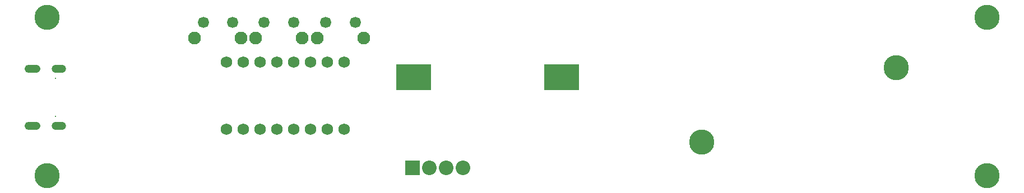
<source format=gbs>
G04*
G04 #@! TF.GenerationSoftware,Altium Limited,CircuitMaker,2.3.0 (2.3.0.3)*
G04*
G04 Layer_Color=8150272*
%FSLAX25Y25*%
%MOIN*%
G70*
G04*
G04 #@! TF.SameCoordinates,90B3883F-12C0-4788-AEBF-A64E1D99C10B*
G04*
G04*
G04 #@! TF.FilePolarity,Negative*
G04*
G01*
G75*
%ADD87R,0.08674X0.08674*%
%ADD88C,0.08674*%
%ADD89C,0.06800*%
%ADD90C,0.14973*%
%ADD91C,0.00800*%
G04:AMPARAMS|DCode=92|XSize=47.37mil|YSize=94.61mil|CornerRadius=23.68mil|HoleSize=0mil|Usage=FLASHONLY|Rotation=270.000|XOffset=0mil|YOffset=0mil|HoleType=Round|Shape=RoundedRectangle|*
%AMROUNDEDRECTD92*
21,1,0.04737,0.04724,0,0,270.0*
21,1,0.00000,0.09461,0,0,270.0*
1,1,0.04737,-0.02362,0.00000*
1,1,0.04737,-0.02362,0.00000*
1,1,0.04737,0.02362,0.00000*
1,1,0.04737,0.02362,0.00000*
%
%ADD92ROUNDEDRECTD92*%
G04:AMPARAMS|DCode=93|XSize=47.37mil|YSize=86.74mil|CornerRadius=23.68mil|HoleSize=0mil|Usage=FLASHONLY|Rotation=270.000|XOffset=0mil|YOffset=0mil|HoleType=Round|Shape=RoundedRectangle|*
%AMROUNDEDRECTD93*
21,1,0.04737,0.03937,0,0,270.0*
21,1,0.00000,0.08674,0,0,270.0*
1,1,0.04737,-0.01968,0.00000*
1,1,0.04737,-0.01968,0.00000*
1,1,0.04737,0.01968,0.00000*
1,1,0.04737,0.01968,0.00000*
%
%ADD93ROUNDEDRECTD93*%
%ADD94C,0.06630*%
%ADD95C,0.07630*%
%ADD113R,0.20800X0.15800*%
D87*
X237052Y16780D02*
D03*
D88*
X247052Y16780D02*
D03*
X257052Y16780D02*
D03*
X267052Y16780D02*
D03*
D89*
X126157Y39649D02*
D03*
X136158Y39649D02*
D03*
X146158Y39649D02*
D03*
X156158Y39649D02*
D03*
X166157Y39649D02*
D03*
X176157Y39649D02*
D03*
X186158Y39649D02*
D03*
X196158Y39649D02*
D03*
X196158Y79649D02*
D03*
X186158Y79649D02*
D03*
X176157Y79649D02*
D03*
X166157Y79649D02*
D03*
X126157Y79649D02*
D03*
X136158Y79649D02*
D03*
X146158Y79649D02*
D03*
X156158Y79649D02*
D03*
D90*
X524493Y76219D02*
D03*
X408922Y31868D02*
D03*
X578657Y11860D02*
D03*
X578657Y106348D02*
D03*
X19602Y11860D02*
D03*
X19602Y106348D02*
D03*
D91*
X24637Y70094D02*
D03*
X24637Y47259D02*
D03*
D92*
X10858Y41649D02*
D03*
X10858Y75704D02*
D03*
D93*
X26605Y75704D02*
D03*
X26605Y41649D02*
D03*
D94*
X112458Y103349D02*
D03*
X130058Y103349D02*
D03*
X148557Y103349D02*
D03*
X166157Y103349D02*
D03*
X185357Y103449D02*
D03*
X202958Y103449D02*
D03*
D95*
X107457Y93849D02*
D03*
X135057Y93849D02*
D03*
X143558Y93849D02*
D03*
X171158Y93849D02*
D03*
X180358Y93949D02*
D03*
X207958Y93949D02*
D03*
D113*
X325575Y70531D02*
D03*
X237575Y70531D02*
D03*
M02*

</source>
